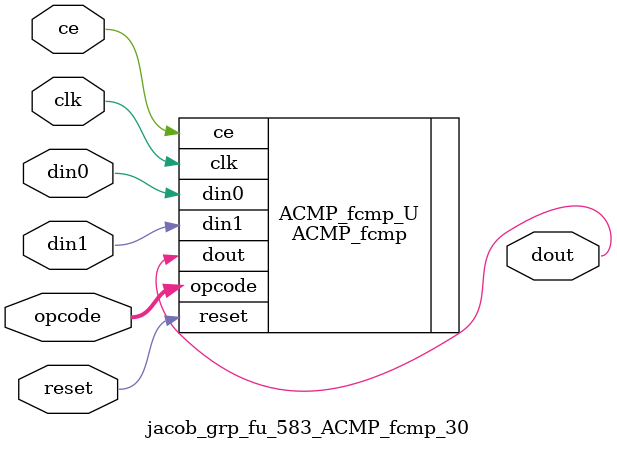
<source format=v>

`timescale 1 ns / 1 ps
module jacob_grp_fu_583_ACMP_fcmp_30(
    clk,
    reset,
    ce,
    din0,
    din1,
    opcode,
    dout);

parameter ID = 32'd1;
parameter NUM_STAGE = 32'd1;
parameter din0_WIDTH = 32'd1;
parameter din1_WIDTH = 32'd1;
parameter dout_WIDTH = 32'd1;
input clk;
input reset;
input ce;
input[din0_WIDTH - 1:0] din0;
input[din1_WIDTH - 1:0] din1;
input[5 - 1:0] opcode;
output[dout_WIDTH - 1:0] dout;



ACMP_fcmp #(
.ID( ID ),
.NUM_STAGE( 2 ),
.din0_WIDTH( din0_WIDTH ),
.din1_WIDTH( din1_WIDTH ),
.dout_WIDTH( dout_WIDTH ))
ACMP_fcmp_U(
    .clk( clk ),
    .reset( reset ),
    .ce( ce ),
    .din0( din0 ),
    .din1( din1 ),
    .dout( dout ),
    .opcode( opcode ));

endmodule

</source>
